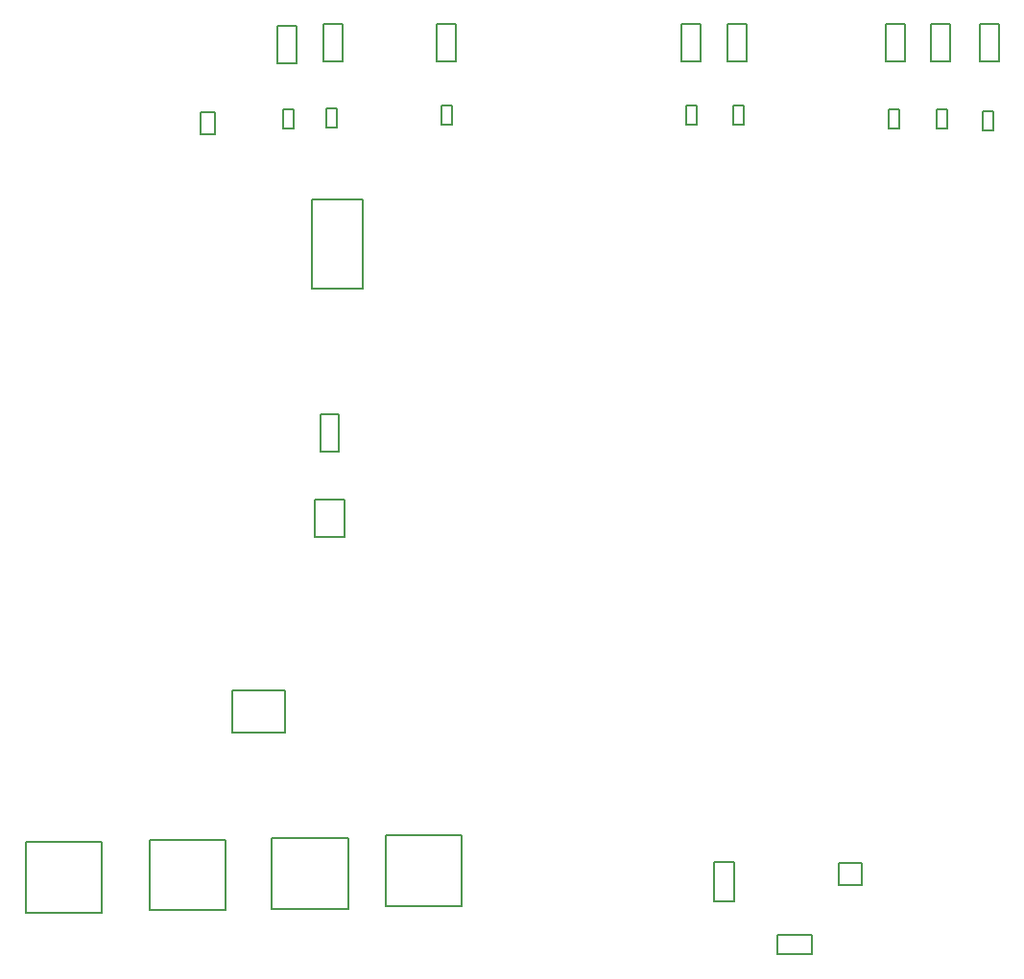
<source format=gbr>
%TF.GenerationSoftware,Altium Limited,Altium Designer,24.1.2 (44)*%
G04 Layer_Color=8388736*
%FSLAX45Y45*%
%MOMM*%
%TF.SameCoordinates,E01E6690-4C2E-4FB1-AE08-5A5A66155338*%
%TF.FilePolarity,Positive*%
%TF.FileFunction,Other,Top_3D_Body*%
%TF.Part,Single*%
G01*
G75*
%TA.AperFunction,NonConductor*%
%ADD52C,0.20000*%
D52*
X7109912Y5978200D02*
X7574915D01*
Y6343198D01*
X7109912D02*
X7574915D01*
X7109912Y5978200D02*
Y6343198D01*
X8919301Y12229998D02*
X9089299D01*
X8919301Y11900002D02*
Y12229998D01*
Y11900002D02*
X9089299D01*
Y12229998D01*
X7916001D02*
X8085999D01*
X7916001Y11900002D02*
Y12229998D01*
Y11900002D02*
X8085999D01*
Y12229998D01*
X7940802Y11319601D02*
X8035798D01*
Y11489599D01*
X7940802D02*
X8035798D01*
X7940802Y11319601D02*
Y11489599D01*
X8956802Y11345001D02*
X9051798D01*
Y11514999D01*
X8956802D02*
X9051798D01*
X8956802Y11345001D02*
Y11514999D01*
X11115802Y11341298D02*
X11210798D01*
Y11511300D01*
X11115802D02*
X11210798D01*
X11115802Y11341298D02*
Y11511300D01*
X11534902Y11345001D02*
X11629898D01*
Y11514999D01*
X11534902D02*
X11629898D01*
X11534902Y11345001D02*
Y11514999D01*
X13325603Y11306901D02*
X13420598D01*
Y11476899D01*
X13325603D02*
X13420598D01*
X13325603Y11306901D02*
Y11476899D01*
X13732002Y11294201D02*
X13826997D01*
Y11464199D01*
X13732002D02*
X13826997D01*
X13732002Y11294201D02*
Y11464199D01*
X13707201Y12229998D02*
X13877199D01*
X13707201Y11900002D02*
Y12229998D01*
Y11900002D02*
X13877199D01*
Y12229998D01*
X12881702Y12227199D02*
X13051698D01*
X12881702Y11897203D02*
Y12227199D01*
Y11897203D02*
X13051698D01*
Y12227199D01*
X13275401Y12232803D02*
X13445399D01*
X13275401Y11902801D02*
Y12232803D01*
Y11902801D02*
X13445399D01*
Y12232803D01*
X12906502Y11306901D02*
X13001498D01*
Y11476899D01*
X12906502D02*
X13001498D01*
X12906502Y11306901D02*
Y11476899D01*
X7559802Y11310600D02*
X7654798D01*
Y11480602D01*
X7559802D02*
X7654798D01*
X7559802Y11310600D02*
Y11480602D01*
X7509601Y12217298D02*
X7679599D01*
X7509601Y11887302D02*
Y12217298D01*
Y11887302D02*
X7679599D01*
Y12217298D01*
X11925198Y4189598D02*
X12230202D01*
X11925198Y4014602D02*
Y4189598D01*
Y4014602D02*
X12230202D01*
Y4189598D01*
X7841798Y8034701D02*
X8101802D01*
X7841798Y7704699D02*
Y8034701D01*
Y7704699D02*
X8101802D01*
Y8034701D01*
X11484701Y12232803D02*
X11654699D01*
X11484701Y11902801D02*
Y12232803D01*
Y11902801D02*
X11654699D01*
Y12232803D01*
X11078301D02*
X11248299D01*
X11078301Y11902801D02*
Y12232803D01*
Y11902801D02*
X11248299D01*
Y12232803D01*
X8134299Y4419798D02*
Y5041798D01*
X7461301D02*
X8134299D01*
X7461301Y4419798D02*
Y5041798D01*
Y4419798D02*
X8134299D01*
X6833601Y11253800D02*
Y11453800D01*
Y11253800D02*
X6958599D01*
Y11453800D01*
X6833601D02*
X6958599D01*
X9137599Y4445198D02*
Y5067198D01*
X8464601D02*
X9137599D01*
X8464601Y4445198D02*
Y5067198D01*
Y4445198D02*
X9137599D01*
X7054799Y4407098D02*
Y5029098D01*
X6381801D02*
X7054799D01*
X6381801Y4407098D02*
Y5029098D01*
Y4407098D02*
X7054799D01*
X5962599Y4385600D02*
Y5007600D01*
X5289601D02*
X5962599D01*
X5289601Y4385600D02*
Y5007600D01*
Y4385600D02*
X5962599D01*
X7814102Y9892000D02*
Y10682000D01*
Y9892000D02*
X8264098D01*
Y10682000D01*
X7814102D02*
X8264098D01*
X11365398Y4483699D02*
X11545402D01*
Y4833701D01*
X11365398D02*
X11545402D01*
X11365398Y4483699D02*
Y4833701D01*
X12666848Y4624400D02*
Y4824400D01*
X12466848D02*
X12666848D01*
X12466848Y4624400D02*
Y4824400D01*
Y4624400D02*
X12666848D01*
X7895600Y8458302D02*
X8055600D01*
Y8788298D01*
X7895600D02*
X8055600D01*
X7895600Y8458302D02*
Y8788298D01*
%TF.MD5,75e9f7f0309ee6eee85bbb1b537e7455*%
M02*

</source>
